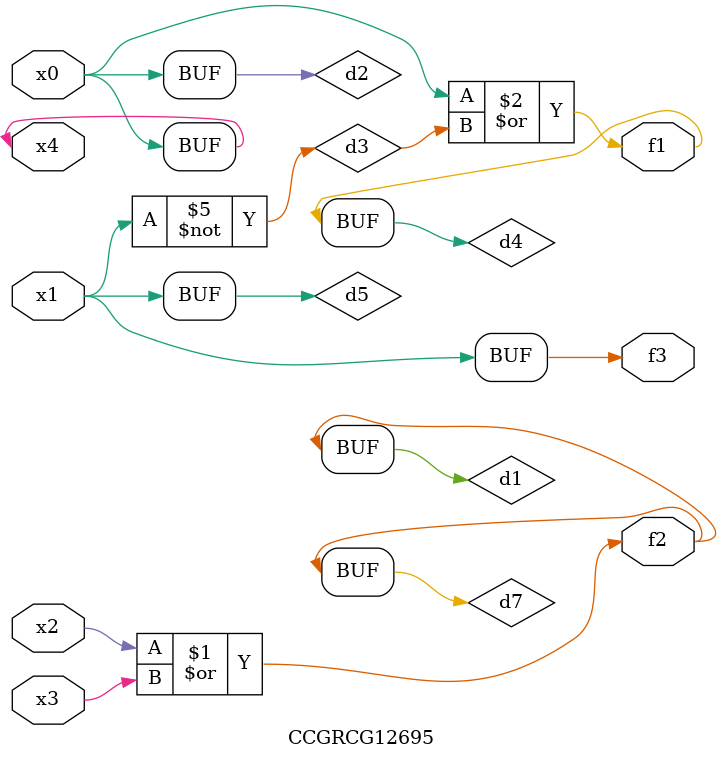
<source format=v>
module CCGRCG12695(
	input x0, x1, x2, x3, x4,
	output f1, f2, f3
);

	wire d1, d2, d3, d4, d5, d6, d7;

	or (d1, x2, x3);
	buf (d2, x0, x4);
	not (d3, x1);
	or (d4, d2, d3);
	not (d5, d3);
	nand (d6, d1, d3);
	or (d7, d1);
	assign f1 = d4;
	assign f2 = d7;
	assign f3 = d5;
endmodule

</source>
